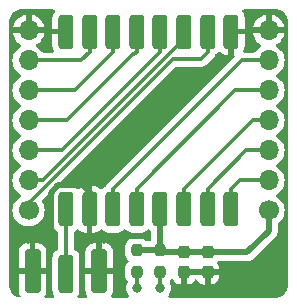
<source format=gtl>
G04 #@! TF.GenerationSoftware,KiCad,Pcbnew,8.0.5-rc1-202409040208~b22948988f~ubuntu24.04.1*
G04 #@! TF.CreationDate,2024-09-06T21:41:45+02:00*
G04 #@! TF.ProjectId,lora-board,6c6f7261-2d62-46f6-9172-642e6b696361,2*
G04 #@! TF.SameCoordinates,Original*
G04 #@! TF.FileFunction,Copper,L1,Top*
G04 #@! TF.FilePolarity,Positive*
%FSLAX46Y46*%
G04 Gerber Fmt 4.6, Leading zero omitted, Abs format (unit mm)*
G04 Created by KiCad (PCBNEW 8.0.5-rc1-202409040208~b22948988f~ubuntu24.04.1) date 2024-09-06 21:41:45*
%MOMM*%
%LPD*%
G01*
G04 APERTURE LIST*
G04 Aperture macros list*
%AMRoundRect*
0 Rectangle with rounded corners*
0 $1 Rounding radius*
0 $2 $3 $4 $5 $6 $7 $8 $9 X,Y pos of 4 corners*
0 Add a 4 corners polygon primitive as box body*
4,1,4,$2,$3,$4,$5,$6,$7,$8,$9,$2,$3,0*
0 Add four circle primitives for the rounded corners*
1,1,$1+$1,$2,$3*
1,1,$1+$1,$4,$5*
1,1,$1+$1,$6,$7*
1,1,$1+$1,$8,$9*
0 Add four rect primitives between the rounded corners*
20,1,$1+$1,$2,$3,$4,$5,0*
20,1,$1+$1,$4,$5,$6,$7,0*
20,1,$1+$1,$6,$7,$8,$9,0*
20,1,$1+$1,$8,$9,$2,$3,0*%
G04 Aperture macros list end*
G04 #@! TA.AperFunction,SMDPad,CuDef*
%ADD10RoundRect,0.237500X-0.237500X0.300000X-0.237500X-0.300000X0.237500X-0.300000X0.237500X0.300000X0*%
G04 #@! TD*
G04 #@! TA.AperFunction,SMDPad,CuDef*
%ADD11RoundRect,0.250000X-0.385000X-1.350000X0.385000X-1.350000X0.385000X1.350000X-0.385000X1.350000X0*%
G04 #@! TD*
G04 #@! TA.AperFunction,SMDPad,CuDef*
%ADD12RoundRect,0.250000X-0.425000X-1.600000X0.425000X-1.600000X0.425000X1.600000X-0.425000X1.600000X0*%
G04 #@! TD*
G04 #@! TA.AperFunction,SMDPad,CuDef*
%ADD13RoundRect,0.317500X-0.317500X1.157500X-0.317500X-1.157500X0.317500X-1.157500X0.317500X1.157500X0*%
G04 #@! TD*
G04 #@! TA.AperFunction,SMDPad,CuDef*
%ADD14RoundRect,0.237500X-0.237500X0.250000X-0.237500X-0.250000X0.237500X-0.250000X0.237500X0.250000X0*%
G04 #@! TD*
G04 #@! TA.AperFunction,ComponentPad*
%ADD15C,1.700000*%
G04 #@! TD*
G04 #@! TA.AperFunction,ComponentPad*
%ADD16O,1.700000X1.700000*%
G04 #@! TD*
G04 #@! TA.AperFunction,ViaPad*
%ADD17C,0.800000*%
G04 #@! TD*
G04 #@! TA.AperFunction,Conductor*
%ADD18C,0.500000*%
G04 #@! TD*
G04 #@! TA.AperFunction,Conductor*
%ADD19C,0.300000*%
G04 #@! TD*
G04 #@! TA.AperFunction,Conductor*
%ADD20C,0.360000*%
G04 #@! TD*
G04 APERTURE END LIST*
D10*
X115000000Y-71137500D03*
X115000000Y-72862500D03*
D11*
X103000000Y-73000000D03*
D12*
X105825000Y-72750000D03*
X100175000Y-72750000D03*
D13*
X117000000Y-52475000D03*
X115000000Y-52475000D03*
X113000000Y-52475000D03*
X111000000Y-52475000D03*
X109000000Y-52475000D03*
X107000000Y-52475000D03*
X105000000Y-52475000D03*
X103000000Y-52475000D03*
X103000000Y-67525000D03*
X105000000Y-67525000D03*
X107000000Y-67525000D03*
X109000000Y-67525000D03*
X111000000Y-67525000D03*
X113000000Y-67525000D03*
X115000000Y-67525000D03*
X117000000Y-67525000D03*
D14*
X111000000Y-71000000D03*
X111000000Y-72825000D03*
D10*
X113000000Y-71137500D03*
X113000000Y-72862500D03*
D14*
X109000000Y-71000000D03*
X109000000Y-72825000D03*
D15*
X120160000Y-67620000D03*
D16*
X120160000Y-65080000D03*
X120160000Y-62540000D03*
X120160000Y-60000000D03*
X120160000Y-57460000D03*
X120160000Y-54920000D03*
X120160000Y-52380000D03*
D15*
X99840000Y-67620000D03*
D16*
X99840000Y-65080000D03*
X99840000Y-62540000D03*
X99840000Y-60000000D03*
X99840000Y-57460000D03*
X99840000Y-54920000D03*
X99840000Y-52380000D03*
D17*
X107200000Y-70000000D03*
X105200000Y-70000000D03*
X101800000Y-70000000D03*
X100800000Y-70000000D03*
X98800000Y-70000000D03*
X115000000Y-74200000D03*
X99800000Y-70000000D03*
X104200000Y-70000000D03*
X113000000Y-74200000D03*
X106200000Y-70000000D03*
X111000000Y-74200000D03*
X109000000Y-74200000D03*
D18*
X102323170Y-65500000D02*
X104450000Y-65500000D01*
X105000000Y-66050000D02*
X105000000Y-67525000D01*
X101700000Y-69100000D02*
X101700000Y-66123170D01*
X101700000Y-66123170D02*
X102323170Y-65500000D01*
X104450000Y-65500000D02*
X105000000Y-66050000D01*
X100800000Y-70000000D02*
X101700000Y-69100000D01*
D19*
X115000000Y-54200000D02*
X115000000Y-52475000D01*
X114400000Y-54800000D02*
X115000000Y-54200000D01*
X112033220Y-54800000D02*
X114400000Y-54800000D01*
X99840000Y-67620000D02*
X99840000Y-66993220D01*
X99840000Y-66993220D02*
X112033220Y-54800000D01*
X113000000Y-53122081D02*
X101042081Y-65080000D01*
X101042081Y-65080000D02*
X99840000Y-65080000D01*
X113000000Y-52475000D02*
X113000000Y-53122081D01*
X111000000Y-52475000D02*
X111000000Y-54200000D01*
X111000000Y-54200000D02*
X102660000Y-62540000D01*
X102660000Y-62540000D02*
X99840000Y-62540000D01*
X105000000Y-52475000D02*
X105000000Y-54200000D01*
X104280000Y-54920000D02*
X99840000Y-54920000D01*
X105000000Y-54200000D02*
X104280000Y-54920000D01*
X107000000Y-52475000D02*
X107000000Y-54200000D01*
X111000000Y-72825000D02*
X111000000Y-74200000D01*
X107000000Y-54200000D02*
X103740000Y-57460000D01*
X103740000Y-57460000D02*
X99840000Y-57460000D01*
X103100000Y-60000000D02*
X99840000Y-60000000D01*
X108700000Y-54400000D02*
X103100000Y-60000000D01*
X109000000Y-52475000D02*
X109000000Y-54200000D01*
X109000000Y-72825000D02*
X109000000Y-74200000D01*
X108800000Y-54400000D02*
X108700000Y-54400000D01*
X109000000Y-54200000D02*
X108800000Y-54400000D01*
X115000000Y-67525000D02*
X115000000Y-65800000D01*
X118260000Y-62540000D02*
X120160000Y-62540000D01*
X115000000Y-65800000D02*
X118260000Y-62540000D01*
X107000000Y-67525000D02*
X107000000Y-65800000D01*
X117880000Y-54920000D02*
X120160000Y-54920000D01*
X107000000Y-65800000D02*
X117880000Y-54920000D01*
X113000000Y-65800000D02*
X118800000Y-60000000D01*
X118800000Y-60000000D02*
X120160000Y-60000000D01*
X113000000Y-67525000D02*
X113000000Y-65800000D01*
D18*
X111137500Y-71137500D02*
X111000000Y-71000000D01*
X111000000Y-71000000D02*
X111000000Y-67525000D01*
X113000000Y-71137500D02*
X111137500Y-71137500D01*
X120160000Y-67620000D02*
X120160000Y-69340000D01*
X118362500Y-71137500D02*
X115000000Y-71137500D01*
X115000000Y-71137500D02*
X113000000Y-71137500D01*
X111000000Y-71000000D02*
X109000000Y-71000000D01*
X120160000Y-69340000D02*
X118362500Y-71137500D01*
D19*
X117000000Y-65800000D02*
X117000000Y-67525000D01*
X117720000Y-65080000D02*
X117000000Y-65800000D01*
X120160000Y-65080000D02*
X117720000Y-65080000D01*
X117340000Y-57460000D02*
X120160000Y-57460000D01*
X109000000Y-67525000D02*
X109000000Y-65800000D01*
X109000000Y-65800000D02*
X117340000Y-57460000D01*
D20*
X103000000Y-67525000D02*
X103000000Y-73000000D01*
G04 #@! TA.AperFunction,Conductor*
G36*
X102011999Y-50619685D02*
G01*
X102057754Y-50672489D01*
X102067698Y-50741647D01*
X102041908Y-50801311D01*
X102039311Y-50804567D01*
X101941296Y-50960556D01*
X101880452Y-51134440D01*
X101880451Y-51134446D01*
X101865000Y-51271581D01*
X101865000Y-52225000D01*
X103126000Y-52225000D01*
X103193039Y-52244685D01*
X103238794Y-52297489D01*
X103250000Y-52349000D01*
X103250000Y-52601000D01*
X103230315Y-52668039D01*
X103177511Y-52713794D01*
X103126000Y-52725000D01*
X101865000Y-52725000D01*
X101865000Y-53678418D01*
X101880451Y-53815553D01*
X101880452Y-53815559D01*
X101941296Y-53989443D01*
X101992874Y-54071528D01*
X102011874Y-54138764D01*
X101991507Y-54205600D01*
X101938239Y-54250814D01*
X101887880Y-54261500D01*
X101099623Y-54261500D01*
X101032584Y-54241815D01*
X100995815Y-54205322D01*
X100915723Y-54082734D01*
X100915715Y-54082723D01*
X100763243Y-53917097D01*
X100763238Y-53917092D01*
X100585577Y-53778812D01*
X100585577Y-53778811D01*
X100542303Y-53755393D01*
X100492713Y-53706173D01*
X100477605Y-53637957D01*
X100501775Y-53572401D01*
X100530198Y-53544763D01*
X100711079Y-53418108D01*
X100878105Y-53251082D01*
X101013600Y-53057578D01*
X101113429Y-52843492D01*
X101113432Y-52843486D01*
X101170636Y-52630000D01*
X100273012Y-52630000D01*
X100305925Y-52572993D01*
X100340000Y-52445826D01*
X100340000Y-52314174D01*
X100305925Y-52187007D01*
X100273012Y-52130000D01*
X101170636Y-52130000D01*
X101170635Y-52129999D01*
X101113432Y-51916513D01*
X101113429Y-51916507D01*
X101013600Y-51702422D01*
X101013599Y-51702420D01*
X100878113Y-51508926D01*
X100878108Y-51508920D01*
X100711082Y-51341894D01*
X100517578Y-51206399D01*
X100303492Y-51106570D01*
X100303486Y-51106567D01*
X100090000Y-51049364D01*
X100090000Y-51946988D01*
X100032993Y-51914075D01*
X99905826Y-51880000D01*
X99774174Y-51880000D01*
X99647007Y-51914075D01*
X99590000Y-51946988D01*
X99590000Y-51049364D01*
X99589999Y-51049364D01*
X99376513Y-51106567D01*
X99376507Y-51106570D01*
X99162422Y-51206399D01*
X99162420Y-51206400D01*
X98968926Y-51341886D01*
X98968920Y-51341891D01*
X98801891Y-51508920D01*
X98801886Y-51508926D01*
X98666400Y-51702420D01*
X98666399Y-51702422D01*
X98566570Y-51916507D01*
X98566567Y-51916513D01*
X98509364Y-52129999D01*
X98509364Y-52130000D01*
X99406988Y-52130000D01*
X99374075Y-52187007D01*
X99340000Y-52314174D01*
X99340000Y-52445826D01*
X99374075Y-52572993D01*
X99406988Y-52630000D01*
X98509364Y-52630000D01*
X98566567Y-52843486D01*
X98566570Y-52843492D01*
X98666399Y-53057578D01*
X98801894Y-53251082D01*
X98968917Y-53418105D01*
X99149802Y-53544763D01*
X99193427Y-53599340D01*
X99200619Y-53668839D01*
X99169097Y-53731193D01*
X99137697Y-53755392D01*
X99094427Y-53778809D01*
X99094422Y-53778812D01*
X98916761Y-53917092D01*
X98916756Y-53917097D01*
X98764284Y-54082723D01*
X98764276Y-54082734D01*
X98641140Y-54271207D01*
X98550703Y-54477385D01*
X98495436Y-54695628D01*
X98495434Y-54695640D01*
X98476844Y-54919994D01*
X98476844Y-54920005D01*
X98495434Y-55144359D01*
X98495436Y-55144371D01*
X98550703Y-55362614D01*
X98641140Y-55568792D01*
X98764276Y-55757265D01*
X98764284Y-55757276D01*
X98916756Y-55922902D01*
X98916760Y-55922906D01*
X99094424Y-56061189D01*
X99094429Y-56061191D01*
X99094431Y-56061193D01*
X99130930Y-56080946D01*
X99180520Y-56130165D01*
X99195628Y-56198382D01*
X99171457Y-56263937D01*
X99130930Y-56299054D01*
X99094431Y-56318806D01*
X99094422Y-56318812D01*
X98916761Y-56457092D01*
X98916756Y-56457097D01*
X98764284Y-56622723D01*
X98764276Y-56622734D01*
X98641140Y-56811207D01*
X98550703Y-57017385D01*
X98495436Y-57235628D01*
X98495434Y-57235640D01*
X98476844Y-57459994D01*
X98476844Y-57460005D01*
X98495434Y-57684359D01*
X98495436Y-57684371D01*
X98550703Y-57902614D01*
X98641140Y-58108792D01*
X98764276Y-58297265D01*
X98764284Y-58297276D01*
X98916756Y-58462902D01*
X98916760Y-58462906D01*
X99094424Y-58601189D01*
X99094429Y-58601191D01*
X99094431Y-58601193D01*
X99130930Y-58620946D01*
X99180520Y-58670165D01*
X99195628Y-58738382D01*
X99171457Y-58803937D01*
X99130930Y-58839054D01*
X99094431Y-58858806D01*
X99094422Y-58858812D01*
X98916761Y-58997092D01*
X98916756Y-58997097D01*
X98764284Y-59162723D01*
X98764276Y-59162734D01*
X98641140Y-59351207D01*
X98550703Y-59557385D01*
X98495436Y-59775628D01*
X98495434Y-59775640D01*
X98476844Y-59999994D01*
X98476844Y-60000005D01*
X98495434Y-60224359D01*
X98495436Y-60224371D01*
X98550703Y-60442614D01*
X98641140Y-60648792D01*
X98764276Y-60837265D01*
X98764284Y-60837276D01*
X98916756Y-61002902D01*
X98916760Y-61002906D01*
X99094424Y-61141189D01*
X99094429Y-61141191D01*
X99094431Y-61141193D01*
X99130930Y-61160946D01*
X99180520Y-61210165D01*
X99195628Y-61278382D01*
X99171457Y-61343937D01*
X99130930Y-61379054D01*
X99094431Y-61398806D01*
X99094422Y-61398812D01*
X98916761Y-61537092D01*
X98916756Y-61537097D01*
X98764284Y-61702723D01*
X98764276Y-61702734D01*
X98641140Y-61891207D01*
X98550703Y-62097385D01*
X98495436Y-62315628D01*
X98495434Y-62315640D01*
X98476844Y-62539994D01*
X98476844Y-62540005D01*
X98495434Y-62764359D01*
X98495436Y-62764371D01*
X98550703Y-62982614D01*
X98641140Y-63188792D01*
X98764276Y-63377265D01*
X98764284Y-63377276D01*
X98916756Y-63542902D01*
X98916760Y-63542906D01*
X99094424Y-63681189D01*
X99094429Y-63681191D01*
X99094431Y-63681193D01*
X99130930Y-63700946D01*
X99180520Y-63750165D01*
X99195628Y-63818382D01*
X99171457Y-63883937D01*
X99130930Y-63919054D01*
X99094431Y-63938806D01*
X99094422Y-63938812D01*
X98916761Y-64077092D01*
X98916756Y-64077097D01*
X98764284Y-64242723D01*
X98764276Y-64242734D01*
X98641140Y-64431207D01*
X98550703Y-64637385D01*
X98495436Y-64855628D01*
X98495434Y-64855640D01*
X98476844Y-65079994D01*
X98476844Y-65080005D01*
X98495434Y-65304359D01*
X98495436Y-65304371D01*
X98550703Y-65522614D01*
X98641140Y-65728792D01*
X98764276Y-65917265D01*
X98764284Y-65917276D01*
X98911011Y-66076661D01*
X98916760Y-66082906D01*
X99094424Y-66221189D01*
X99094429Y-66221191D01*
X99094431Y-66221193D01*
X99130930Y-66240946D01*
X99180520Y-66290165D01*
X99195628Y-66358382D01*
X99171457Y-66423937D01*
X99130930Y-66459054D01*
X99094431Y-66478806D01*
X99094422Y-66478812D01*
X98916761Y-66617092D01*
X98916756Y-66617097D01*
X98764284Y-66782723D01*
X98764276Y-66782734D01*
X98641140Y-66971207D01*
X98550703Y-67177385D01*
X98495436Y-67395628D01*
X98495434Y-67395640D01*
X98476844Y-67619994D01*
X98476844Y-67620005D01*
X98495434Y-67844359D01*
X98495436Y-67844371D01*
X98550703Y-68062614D01*
X98641140Y-68268792D01*
X98764276Y-68457265D01*
X98764284Y-68457276D01*
X98916756Y-68622902D01*
X98916760Y-68622906D01*
X99094424Y-68761189D01*
X99094425Y-68761189D01*
X99094427Y-68761191D01*
X99111823Y-68770605D01*
X99292426Y-68868342D01*
X99505365Y-68941444D01*
X99727431Y-68978500D01*
X99952569Y-68978500D01*
X100174635Y-68941444D01*
X100387574Y-68868342D01*
X100585576Y-68761189D01*
X100763240Y-68622906D01*
X100915722Y-68457268D01*
X101038860Y-68268791D01*
X101129296Y-68062616D01*
X101184564Y-67844368D01*
X101203156Y-67620000D01*
X101184564Y-67395632D01*
X101129296Y-67177384D01*
X101038860Y-66971209D01*
X100996888Y-66906966D01*
X100976700Y-66840077D01*
X100995879Y-66772891D01*
X101013010Y-66751468D01*
X101659318Y-66105160D01*
X101720639Y-66071677D01*
X101790331Y-66076661D01*
X101846264Y-66118533D01*
X101870681Y-66183997D01*
X101867332Y-66222766D01*
X101859236Y-66255322D01*
X101856500Y-66295668D01*
X101856500Y-68754331D01*
X101859235Y-68794672D01*
X101902595Y-68969024D01*
X101982422Y-69129980D01*
X102094983Y-69270012D01*
X102094985Y-69270015D01*
X102235019Y-69382577D01*
X102242591Y-69386332D01*
X102293906Y-69433752D01*
X102311500Y-69497422D01*
X102311500Y-70876812D01*
X102291815Y-70943851D01*
X102252597Y-70982350D01*
X102141351Y-71050967D01*
X102141347Y-71050970D01*
X102015971Y-71176346D01*
X101922886Y-71327259D01*
X101922884Y-71327264D01*
X101867113Y-71495572D01*
X101856500Y-71599447D01*
X101856500Y-74400537D01*
X101856501Y-74400553D01*
X101867113Y-74504427D01*
X101922884Y-74672735D01*
X101922889Y-74672746D01*
X102008106Y-74810903D01*
X102026547Y-74878295D01*
X102005625Y-74944959D01*
X101951983Y-74989729D01*
X101902568Y-75000000D01*
X101302445Y-75000000D01*
X101235406Y-74980315D01*
X101189651Y-74927511D01*
X101179707Y-74858353D01*
X101196906Y-74810903D01*
X101284356Y-74669124D01*
X101284358Y-74669119D01*
X101339505Y-74502697D01*
X101339506Y-74502690D01*
X101349999Y-74399986D01*
X101350000Y-74399973D01*
X101350000Y-73000000D01*
X99000001Y-73000000D01*
X99000001Y-74399986D01*
X99010494Y-74502697D01*
X99065641Y-74669119D01*
X99065643Y-74669124D01*
X99142115Y-74793104D01*
X99160555Y-74860497D01*
X99139632Y-74927160D01*
X99085990Y-74971930D01*
X99016660Y-74980591D01*
X99012385Y-74979818D01*
X98920993Y-74961639D01*
X98897731Y-74954583D01*
X98738745Y-74888728D01*
X98717307Y-74877269D01*
X98574224Y-74781664D01*
X98555434Y-74766243D01*
X98433756Y-74644565D01*
X98418335Y-74625775D01*
X98336097Y-74502697D01*
X98322728Y-74482689D01*
X98311271Y-74461254D01*
X98245413Y-74302261D01*
X98238362Y-74279013D01*
X98204490Y-74108728D01*
X98202145Y-74087583D01*
X98200037Y-74001509D01*
X98200000Y-73998473D01*
X98200000Y-71100013D01*
X99000000Y-71100013D01*
X99000000Y-72500000D01*
X99925000Y-72500000D01*
X100425000Y-72500000D01*
X101349999Y-72500000D01*
X101349999Y-71100028D01*
X101349998Y-71100013D01*
X101339505Y-70997302D01*
X101284358Y-70830880D01*
X101284356Y-70830875D01*
X101192315Y-70681654D01*
X101068345Y-70557684D01*
X100919124Y-70465643D01*
X100919119Y-70465641D01*
X100752697Y-70410494D01*
X100752690Y-70410493D01*
X100649986Y-70400000D01*
X100425000Y-70400000D01*
X100425000Y-72500000D01*
X99925000Y-72500000D01*
X99925000Y-70400000D01*
X99700029Y-70400000D01*
X99700012Y-70400001D01*
X99597302Y-70410494D01*
X99430880Y-70465641D01*
X99430875Y-70465643D01*
X99281654Y-70557684D01*
X99157684Y-70681654D01*
X99065643Y-70830875D01*
X99065641Y-70830880D01*
X99010494Y-70997302D01*
X99010493Y-70997309D01*
X99000000Y-71100013D01*
X98200000Y-71100013D01*
X98200000Y-51601526D01*
X98200037Y-51598490D01*
X98202145Y-51512421D01*
X98202146Y-51512419D01*
X98202145Y-51512415D01*
X98204490Y-51491272D01*
X98238362Y-51320983D01*
X98245412Y-51297741D01*
X98311274Y-51138738D01*
X98322726Y-51117314D01*
X98418338Y-50974219D01*
X98433751Y-50955439D01*
X98555439Y-50833751D01*
X98574219Y-50818338D01*
X98717314Y-50722726D01*
X98738738Y-50711274D01*
X98897741Y-50645412D01*
X98920983Y-50638362D01*
X99091272Y-50604490D01*
X99112415Y-50602145D01*
X99193037Y-50600170D01*
X99198491Y-50600037D01*
X99201527Y-50600000D01*
X101944960Y-50600000D01*
X102011999Y-50619685D01*
G37*
G04 #@! TD.AperFunction*
G04 #@! TA.AperFunction,Conductor*
G36*
X120801509Y-50600037D02*
G01*
X120807232Y-50600177D01*
X120887583Y-50602145D01*
X120908728Y-50604490D01*
X121079013Y-50638362D01*
X121102261Y-50645413D01*
X121261257Y-50711272D01*
X121282689Y-50722728D01*
X121311003Y-50741647D01*
X121425775Y-50818335D01*
X121444565Y-50833756D01*
X121566243Y-50955434D01*
X121581664Y-50974224D01*
X121677269Y-51117307D01*
X121688728Y-51138745D01*
X121754583Y-51297731D01*
X121761639Y-51320993D01*
X121795508Y-51491266D01*
X121797854Y-51512419D01*
X121799963Y-51598488D01*
X121800000Y-51601526D01*
X121800000Y-73998473D01*
X121799963Y-74001511D01*
X121797854Y-74087580D01*
X121795508Y-74108733D01*
X121761639Y-74279006D01*
X121754583Y-74302268D01*
X121688728Y-74461254D01*
X121677269Y-74482692D01*
X121581664Y-74625775D01*
X121566243Y-74644565D01*
X121444565Y-74766243D01*
X121425775Y-74781664D01*
X121282692Y-74877269D01*
X121261254Y-74888728D01*
X121102268Y-74954583D01*
X121079006Y-74961639D01*
X120908733Y-74995508D01*
X120887580Y-74997854D01*
X120804250Y-74999895D01*
X120801509Y-74999963D01*
X120798473Y-75000000D01*
X111780692Y-75000000D01*
X111713653Y-74980315D01*
X111667898Y-74927511D01*
X111657954Y-74858353D01*
X111686979Y-74794797D01*
X111688542Y-74793028D01*
X111698774Y-74781664D01*
X111739040Y-74736944D01*
X111834527Y-74571556D01*
X111893542Y-74389928D01*
X111913504Y-74200000D01*
X111893542Y-74010072D01*
X111834527Y-73828444D01*
X111773951Y-73723524D01*
X111757479Y-73655626D01*
X111780331Y-73589599D01*
X111793650Y-73573852D01*
X111826658Y-73540846D01*
X111872778Y-73466073D01*
X111924724Y-73419352D01*
X111993687Y-73408129D01*
X112057769Y-73435973D01*
X112084610Y-73470861D01*
X112085755Y-73470156D01*
X112180052Y-73623034D01*
X112180055Y-73623038D01*
X112301961Y-73744944D01*
X112301965Y-73744947D01*
X112448688Y-73835448D01*
X112448699Y-73835453D01*
X112612347Y-73889680D01*
X112713352Y-73899999D01*
X112750000Y-73899999D01*
X113250000Y-73899999D01*
X113286640Y-73899999D01*
X113286654Y-73899998D01*
X113387652Y-73889680D01*
X113551300Y-73835453D01*
X113551311Y-73835448D01*
X113698034Y-73744947D01*
X113698038Y-73744944D01*
X113819943Y-73623039D01*
X113894461Y-73502228D01*
X113946409Y-73455504D01*
X114015372Y-73444282D01*
X114079454Y-73472125D01*
X114105539Y-73502228D01*
X114180056Y-73623039D01*
X114301961Y-73744944D01*
X114301965Y-73744947D01*
X114448688Y-73835448D01*
X114448699Y-73835453D01*
X114612347Y-73889680D01*
X114713352Y-73899999D01*
X114750000Y-73899999D01*
X115250000Y-73899999D01*
X115286640Y-73899999D01*
X115286654Y-73899998D01*
X115387652Y-73889680D01*
X115551300Y-73835453D01*
X115551311Y-73835448D01*
X115698034Y-73744947D01*
X115698038Y-73744944D01*
X115819944Y-73623038D01*
X115819947Y-73623034D01*
X115910448Y-73476311D01*
X115910453Y-73476300D01*
X115964680Y-73312652D01*
X115974999Y-73211654D01*
X115975000Y-73211641D01*
X115975000Y-73112500D01*
X115250000Y-73112500D01*
X115250000Y-73899999D01*
X114750000Y-73899999D01*
X114750000Y-73112500D01*
X113250000Y-73112500D01*
X113250000Y-73899999D01*
X112750000Y-73899999D01*
X112750000Y-72736500D01*
X112769685Y-72669461D01*
X112822489Y-72623706D01*
X112874000Y-72612500D01*
X115974999Y-72612500D01*
X115974999Y-72513360D01*
X115974998Y-72513345D01*
X115964680Y-72412347D01*
X115910453Y-72248699D01*
X115910448Y-72248688D01*
X115819947Y-72101965D01*
X115815951Y-72096911D01*
X115789810Y-72032115D01*
X115802851Y-71963473D01*
X115850931Y-71912778D01*
X115913217Y-71896000D01*
X118437206Y-71896000D01*
X118510476Y-71881425D01*
X118510477Y-71881425D01*
X118528919Y-71877756D01*
X118583747Y-71866851D01*
X118721784Y-71809674D01*
X118846015Y-71726666D01*
X120749166Y-69823515D01*
X120832174Y-69699284D01*
X120889351Y-69561247D01*
X120918500Y-69414705D01*
X120918500Y-69265295D01*
X120918500Y-68811748D01*
X120938185Y-68744709D01*
X120966338Y-68713895D01*
X120970481Y-68710670D01*
X121083240Y-68622906D01*
X121235722Y-68457268D01*
X121358860Y-68268791D01*
X121449296Y-68062616D01*
X121504564Y-67844368D01*
X121523156Y-67620000D01*
X121504564Y-67395632D01*
X121449296Y-67177384D01*
X121358860Y-66971209D01*
X121235722Y-66782732D01*
X121235719Y-66782729D01*
X121235715Y-66782723D01*
X121083243Y-66617097D01*
X121083238Y-66617092D01*
X120905577Y-66478812D01*
X120905578Y-66478812D01*
X120905576Y-66478811D01*
X120869070Y-66459055D01*
X120819479Y-66409836D01*
X120804371Y-66341619D01*
X120828541Y-66276064D01*
X120869070Y-66240945D01*
X120869084Y-66240936D01*
X120905576Y-66221189D01*
X121083240Y-66082906D01*
X121235722Y-65917268D01*
X121358860Y-65728791D01*
X121449296Y-65522616D01*
X121504564Y-65304368D01*
X121523156Y-65080000D01*
X121504564Y-64855632D01*
X121449296Y-64637384D01*
X121358860Y-64431209D01*
X121235722Y-64242732D01*
X121235719Y-64242729D01*
X121235715Y-64242723D01*
X121083243Y-64077097D01*
X121083238Y-64077092D01*
X120905577Y-63938812D01*
X120905578Y-63938812D01*
X120905576Y-63938811D01*
X120869070Y-63919055D01*
X120819479Y-63869836D01*
X120804371Y-63801619D01*
X120828541Y-63736064D01*
X120869070Y-63700945D01*
X120869084Y-63700936D01*
X120905576Y-63681189D01*
X121083240Y-63542906D01*
X121235722Y-63377268D01*
X121358860Y-63188791D01*
X121449296Y-62982616D01*
X121504564Y-62764368D01*
X121523156Y-62540000D01*
X121504564Y-62315632D01*
X121449296Y-62097384D01*
X121358860Y-61891209D01*
X121350665Y-61878666D01*
X121235723Y-61702734D01*
X121235715Y-61702723D01*
X121083243Y-61537097D01*
X121083238Y-61537092D01*
X120905577Y-61398812D01*
X120905578Y-61398812D01*
X120905576Y-61398811D01*
X120869070Y-61379055D01*
X120819479Y-61329836D01*
X120804371Y-61261619D01*
X120828541Y-61196064D01*
X120869070Y-61160945D01*
X120869084Y-61160936D01*
X120905576Y-61141189D01*
X121083240Y-61002906D01*
X121235722Y-60837268D01*
X121358860Y-60648791D01*
X121449296Y-60442616D01*
X121504564Y-60224368D01*
X121523156Y-60000000D01*
X121504564Y-59775632D01*
X121449296Y-59557384D01*
X121358860Y-59351209D01*
X121355259Y-59345698D01*
X121235723Y-59162734D01*
X121235715Y-59162723D01*
X121083243Y-58997097D01*
X121083238Y-58997092D01*
X120905577Y-58858812D01*
X120905578Y-58858812D01*
X120905576Y-58858811D01*
X120869070Y-58839055D01*
X120819479Y-58789836D01*
X120804371Y-58721619D01*
X120828541Y-58656064D01*
X120869070Y-58620945D01*
X120869084Y-58620936D01*
X120905576Y-58601189D01*
X121083240Y-58462906D01*
X121235722Y-58297268D01*
X121358860Y-58108791D01*
X121449296Y-57902616D01*
X121504564Y-57684368D01*
X121523156Y-57460000D01*
X121504564Y-57235632D01*
X121449296Y-57017384D01*
X121358860Y-56811209D01*
X121350665Y-56798666D01*
X121281323Y-56692530D01*
X121235722Y-56622732D01*
X121235719Y-56622729D01*
X121235715Y-56622723D01*
X121083243Y-56457097D01*
X121083238Y-56457092D01*
X120905577Y-56318812D01*
X120905578Y-56318812D01*
X120905576Y-56318811D01*
X120869070Y-56299055D01*
X120819479Y-56249836D01*
X120804371Y-56181619D01*
X120828541Y-56116064D01*
X120869070Y-56080945D01*
X120869084Y-56080936D01*
X120905576Y-56061189D01*
X121083240Y-55922906D01*
X121182614Y-55814957D01*
X121235715Y-55757276D01*
X121235716Y-55757274D01*
X121235722Y-55757268D01*
X121358860Y-55568791D01*
X121449296Y-55362616D01*
X121504564Y-55144368D01*
X121504565Y-55144359D01*
X121523156Y-54920005D01*
X121523156Y-54919994D01*
X121504565Y-54695640D01*
X121504563Y-54695628D01*
X121449296Y-54477385D01*
X121433960Y-54442423D01*
X121358860Y-54271209D01*
X121355259Y-54265698D01*
X121274117Y-54141500D01*
X121235722Y-54082732D01*
X121235719Y-54082729D01*
X121235715Y-54082723D01*
X121083243Y-53917097D01*
X121083238Y-53917092D01*
X120905577Y-53778812D01*
X120905577Y-53778811D01*
X120862303Y-53755393D01*
X120812713Y-53706173D01*
X120797605Y-53637957D01*
X120821775Y-53572401D01*
X120850198Y-53544763D01*
X121031079Y-53418108D01*
X121198105Y-53251082D01*
X121333600Y-53057578D01*
X121433429Y-52843492D01*
X121433432Y-52843486D01*
X121490636Y-52630000D01*
X120593012Y-52630000D01*
X120625925Y-52572993D01*
X120660000Y-52445826D01*
X120660000Y-52314174D01*
X120625925Y-52187007D01*
X120593012Y-52130000D01*
X121490636Y-52130000D01*
X121490635Y-52129999D01*
X121433432Y-51916513D01*
X121433429Y-51916507D01*
X121333600Y-51702422D01*
X121333599Y-51702420D01*
X121198113Y-51508926D01*
X121198108Y-51508920D01*
X121031082Y-51341894D01*
X120837578Y-51206399D01*
X120623492Y-51106570D01*
X120623486Y-51106567D01*
X120410000Y-51049364D01*
X120410000Y-51946988D01*
X120352993Y-51914075D01*
X120225826Y-51880000D01*
X120094174Y-51880000D01*
X119967007Y-51914075D01*
X119910000Y-51946988D01*
X119910000Y-51049364D01*
X119909999Y-51049364D01*
X119696513Y-51106567D01*
X119696507Y-51106570D01*
X119482422Y-51206399D01*
X119482420Y-51206400D01*
X119288926Y-51341886D01*
X119288920Y-51341891D01*
X119121891Y-51508920D01*
X119121886Y-51508926D01*
X118986400Y-51702420D01*
X118986399Y-51702422D01*
X118886570Y-51916507D01*
X118886567Y-51916513D01*
X118829364Y-52129999D01*
X118829364Y-52130000D01*
X119726988Y-52130000D01*
X119694075Y-52187007D01*
X119660000Y-52314174D01*
X119660000Y-52445826D01*
X119694075Y-52572993D01*
X119726988Y-52630000D01*
X118829364Y-52630000D01*
X118886567Y-52843486D01*
X118886570Y-52843492D01*
X118986399Y-53057578D01*
X119121894Y-53251082D01*
X119288917Y-53418105D01*
X119469802Y-53544763D01*
X119513427Y-53599340D01*
X119520619Y-53668839D01*
X119489097Y-53731193D01*
X119457697Y-53755392D01*
X119414427Y-53778809D01*
X119414422Y-53778812D01*
X119236761Y-53917092D01*
X119236756Y-53917097D01*
X119084284Y-54082723D01*
X119084276Y-54082734D01*
X119004185Y-54205322D01*
X118951039Y-54250679D01*
X118900377Y-54261500D01*
X118112120Y-54261500D01*
X118045081Y-54241815D01*
X117999326Y-54189011D01*
X117989382Y-54119853D01*
X118007126Y-54071528D01*
X118058703Y-53989443D01*
X118119547Y-53815559D01*
X118119548Y-53815553D01*
X118134999Y-53678418D01*
X118135000Y-53678414D01*
X118135000Y-52725000D01*
X117250000Y-52725000D01*
X117250000Y-54452753D01*
X117280173Y-54508011D01*
X117275189Y-54577703D01*
X117246688Y-54622050D01*
X106488510Y-65380228D01*
X106416443Y-65488085D01*
X106387659Y-65557577D01*
X106343817Y-65611981D01*
X106328193Y-65621212D01*
X106235019Y-65667422D01*
X106094985Y-65779984D01*
X106094982Y-65779987D01*
X106088493Y-65788060D01*
X106031148Y-65827976D01*
X105961326Y-65830552D01*
X105904169Y-65798049D01*
X105830428Y-65724308D01*
X105674443Y-65626296D01*
X105500559Y-65565452D01*
X105500553Y-65565451D01*
X105363418Y-65550000D01*
X105250000Y-65550000D01*
X105250000Y-69500000D01*
X105363415Y-69500000D01*
X105363418Y-69499999D01*
X105500553Y-69484548D01*
X105500559Y-69484547D01*
X105674443Y-69423703D01*
X105830425Y-69325693D01*
X105904168Y-69251950D01*
X105965491Y-69218465D01*
X106035183Y-69223449D01*
X106088495Y-69261941D01*
X106094985Y-69270015D01*
X106235019Y-69382577D01*
X106395977Y-69462405D01*
X106513436Y-69491615D01*
X106570327Y-69505764D01*
X106570328Y-69505764D01*
X106570332Y-69505765D01*
X106610666Y-69508500D01*
X106610668Y-69508500D01*
X107389332Y-69508500D01*
X107389334Y-69508500D01*
X107429668Y-69505765D01*
X107604023Y-69462405D01*
X107764981Y-69382577D01*
X107905015Y-69270015D01*
X107905019Y-69270009D01*
X107909769Y-69265261D01*
X107911159Y-69266651D01*
X107960684Y-69232167D01*
X108030506Y-69229580D01*
X108090642Y-69265152D01*
X108094014Y-69269044D01*
X108094984Y-69270014D01*
X108094985Y-69270015D01*
X108235019Y-69382577D01*
X108395977Y-69462405D01*
X108513436Y-69491615D01*
X108570327Y-69505764D01*
X108570328Y-69505764D01*
X108570332Y-69505765D01*
X108610666Y-69508500D01*
X108610668Y-69508500D01*
X109389332Y-69508500D01*
X109389334Y-69508500D01*
X109429668Y-69505765D01*
X109604023Y-69462405D01*
X109764981Y-69382577D01*
X109905015Y-69270015D01*
X109905019Y-69270009D01*
X109909769Y-69265261D01*
X109911159Y-69266651D01*
X109960684Y-69232167D01*
X110030506Y-69229580D01*
X110090642Y-69265152D01*
X110094014Y-69269044D01*
X110094979Y-69270009D01*
X110094982Y-69270011D01*
X110094985Y-69270015D01*
X110195189Y-69350560D01*
X110235106Y-69407902D01*
X110241500Y-69447206D01*
X110241500Y-70117500D01*
X110221815Y-70184539D01*
X110169011Y-70230294D01*
X110117500Y-70241500D01*
X109835366Y-70241500D01*
X109768327Y-70221815D01*
X109747685Y-70205181D01*
X109703346Y-70160842D01*
X109703342Y-70160839D01*
X109554928Y-70069295D01*
X109554922Y-70069292D01*
X109554920Y-70069291D01*
X109554917Y-70069290D01*
X109389382Y-70014438D01*
X109287214Y-70004000D01*
X108712794Y-70004000D01*
X108712778Y-70004001D01*
X108610617Y-70014438D01*
X108445082Y-70069290D01*
X108445071Y-70069295D01*
X108296657Y-70160839D01*
X108296653Y-70160842D01*
X108173342Y-70284153D01*
X108173339Y-70284157D01*
X108081795Y-70432571D01*
X108081790Y-70432582D01*
X108026938Y-70598117D01*
X108016500Y-70700279D01*
X108016500Y-71299705D01*
X108016501Y-71299721D01*
X108026938Y-71401882D01*
X108081790Y-71567417D01*
X108081795Y-71567428D01*
X108173339Y-71715842D01*
X108173340Y-71715843D01*
X108173342Y-71715846D01*
X108235681Y-71778185D01*
X108282315Y-71824819D01*
X108315799Y-71886142D01*
X108310815Y-71955834D01*
X108282315Y-72000181D01*
X108173339Y-72109157D01*
X108081795Y-72257571D01*
X108081790Y-72257582D01*
X108026938Y-72423117D01*
X108016500Y-72525279D01*
X108016500Y-73124705D01*
X108016501Y-73124721D01*
X108026938Y-73226882D01*
X108081790Y-73392417D01*
X108081795Y-73392428D01*
X108173339Y-73540842D01*
X108173342Y-73540846D01*
X108206341Y-73573845D01*
X108239826Y-73635168D01*
X108234842Y-73704860D01*
X108226047Y-73723525D01*
X108165475Y-73828438D01*
X108165470Y-73828450D01*
X108106459Y-74010068D01*
X108106458Y-74010072D01*
X108086496Y-74200000D01*
X108106458Y-74389928D01*
X108106459Y-74389931D01*
X108165470Y-74571549D01*
X108165473Y-74571556D01*
X108260960Y-74736944D01*
X108287341Y-74766243D01*
X108311458Y-74793028D01*
X108341688Y-74856020D01*
X108333063Y-74925355D01*
X108288321Y-74979020D01*
X108221668Y-74999978D01*
X108219308Y-75000000D01*
X106952445Y-75000000D01*
X106885406Y-74980315D01*
X106839651Y-74927511D01*
X106829707Y-74858353D01*
X106846906Y-74810903D01*
X106934356Y-74669124D01*
X106934358Y-74669119D01*
X106989505Y-74502697D01*
X106989506Y-74502690D01*
X106999999Y-74399986D01*
X107000000Y-74399973D01*
X107000000Y-73000000D01*
X104650001Y-73000000D01*
X104650001Y-74399986D01*
X104660494Y-74502697D01*
X104715641Y-74669119D01*
X104715643Y-74669124D01*
X104803094Y-74810903D01*
X104821534Y-74878295D01*
X104800612Y-74944959D01*
X104746970Y-74989729D01*
X104697555Y-75000000D01*
X104097432Y-75000000D01*
X104030393Y-74980315D01*
X103984638Y-74927511D01*
X103974694Y-74858353D01*
X103991894Y-74810903D01*
X104077110Y-74672746D01*
X104077109Y-74672746D01*
X104077115Y-74672738D01*
X104132887Y-74504426D01*
X104143500Y-74400545D01*
X104143499Y-71599456D01*
X104132887Y-71495574D01*
X104077115Y-71327262D01*
X103984030Y-71176348D01*
X103907695Y-71100013D01*
X104650000Y-71100013D01*
X104650000Y-72500000D01*
X105575000Y-72500000D01*
X106075000Y-72500000D01*
X106999999Y-72500000D01*
X106999999Y-71100028D01*
X106999998Y-71100013D01*
X106989505Y-70997302D01*
X106934358Y-70830880D01*
X106934356Y-70830875D01*
X106842315Y-70681654D01*
X106718345Y-70557684D01*
X106569124Y-70465643D01*
X106569119Y-70465641D01*
X106402697Y-70410494D01*
X106402690Y-70410493D01*
X106299986Y-70400000D01*
X106075000Y-70400000D01*
X106075000Y-72500000D01*
X105575000Y-72500000D01*
X105575000Y-70400000D01*
X105350029Y-70400000D01*
X105350012Y-70400001D01*
X105247302Y-70410494D01*
X105080880Y-70465641D01*
X105080875Y-70465643D01*
X104931654Y-70557684D01*
X104807684Y-70681654D01*
X104715643Y-70830875D01*
X104715641Y-70830880D01*
X104660494Y-70997302D01*
X104660493Y-70997309D01*
X104650000Y-71100013D01*
X103907695Y-71100013D01*
X103858652Y-71050970D01*
X103858648Y-71050967D01*
X103747403Y-70982350D01*
X103700678Y-70930402D01*
X103688500Y-70876812D01*
X103688500Y-69497422D01*
X103708185Y-69430383D01*
X103757408Y-69386332D01*
X103764981Y-69382577D01*
X103905015Y-69270015D01*
X103911498Y-69261949D01*
X103968836Y-69222028D01*
X104038658Y-69219443D01*
X104095830Y-69251950D01*
X104169571Y-69325691D01*
X104325556Y-69423703D01*
X104499440Y-69484547D01*
X104499446Y-69484548D01*
X104636581Y-69499999D01*
X104636585Y-69500000D01*
X104750000Y-69500000D01*
X104750000Y-65550000D01*
X104636581Y-65550000D01*
X104499446Y-65565451D01*
X104499440Y-65565452D01*
X104325556Y-65626296D01*
X104169573Y-65724307D01*
X104095830Y-65798050D01*
X104034506Y-65831534D01*
X103964815Y-65826549D01*
X103911503Y-65788057D01*
X103905015Y-65779985D01*
X103764981Y-65667423D01*
X103764980Y-65667422D01*
X103604024Y-65587595D01*
X103429672Y-65544235D01*
X103402778Y-65542411D01*
X103389334Y-65541500D01*
X102610666Y-65541500D01*
X102570332Y-65544235D01*
X102570330Y-65544235D01*
X102570322Y-65544236D01*
X102537766Y-65552332D01*
X102467958Y-65549407D01*
X102410813Y-65509205D01*
X102384474Y-65444490D01*
X102397304Y-65375809D01*
X102420159Y-65344320D01*
X112269661Y-55494819D01*
X112330984Y-55461334D01*
X112357342Y-55458500D01*
X114464859Y-55458500D01*
X114550444Y-55441475D01*
X114592077Y-55433194D01*
X114711917Y-55383555D01*
X114819769Y-55311491D01*
X115511491Y-54619769D01*
X115583555Y-54511917D01*
X115612339Y-54442421D01*
X115656180Y-54388019D01*
X115671792Y-54378793D01*
X115764981Y-54332577D01*
X115764984Y-54332574D01*
X115764987Y-54332573D01*
X115877894Y-54241815D01*
X115905015Y-54220015D01*
X115911498Y-54211949D01*
X115968836Y-54172028D01*
X116038658Y-54169443D01*
X116095830Y-54201950D01*
X116169571Y-54275691D01*
X116325556Y-54373703D01*
X116499440Y-54434547D01*
X116499446Y-54434548D01*
X116636581Y-54449999D01*
X116636585Y-54450000D01*
X116750000Y-54450000D01*
X116750000Y-52349000D01*
X116769685Y-52281961D01*
X116822489Y-52236206D01*
X116874000Y-52225000D01*
X118135000Y-52225000D01*
X118135000Y-51271585D01*
X118134999Y-51271581D01*
X118119548Y-51134446D01*
X118119547Y-51134440D01*
X118058703Y-50960556D01*
X117960688Y-50804567D01*
X117958092Y-50801311D01*
X117957070Y-50798809D01*
X117956987Y-50798676D01*
X117957010Y-50798661D01*
X117931684Y-50736624D01*
X117944441Y-50667929D01*
X117992313Y-50617036D01*
X118055040Y-50600000D01*
X120798473Y-50600000D01*
X120801509Y-50600037D01*
G37*
G04 #@! TD.AperFunction*
M02*

</source>
